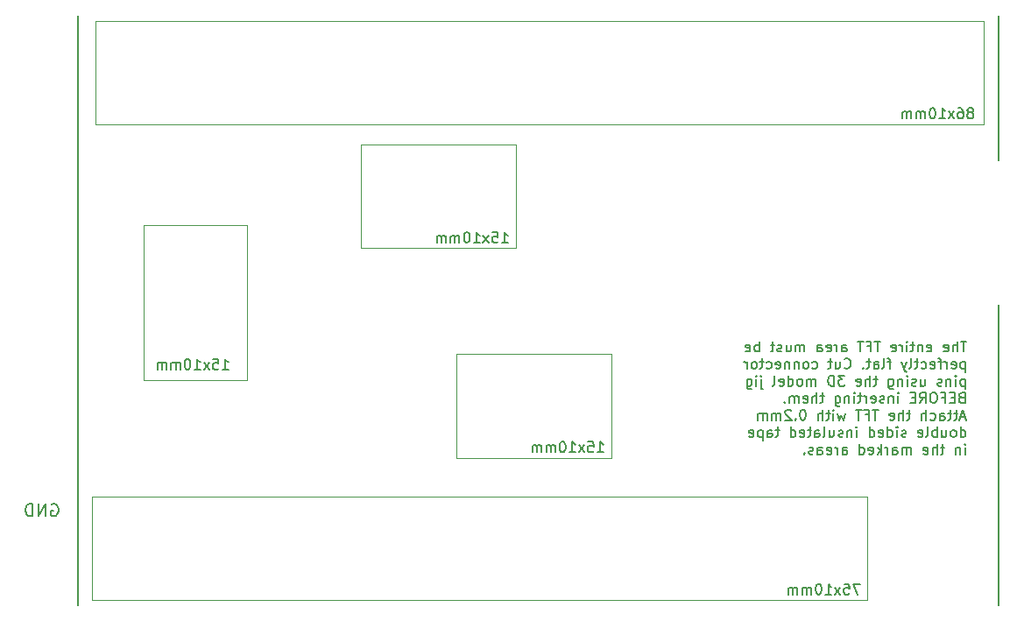
<source format=gbo>
G04 #@! TF.GenerationSoftware,KiCad,Pcbnew,(5.1.10-1-10_14)*
G04 #@! TF.CreationDate,2021-10-20T12:02:30-05:00*
G04 #@! TF.ProjectId,stepper_analyzer,73746570-7065-4725-9f61-6e616c797a65,rev?*
G04 #@! TF.SameCoordinates,Original*
G04 #@! TF.FileFunction,Legend,Bot*
G04 #@! TF.FilePolarity,Positive*
%FSLAX46Y46*%
G04 Gerber Fmt 4.6, Leading zero omitted, Abs format (unit mm)*
G04 Created by KiCad (PCBNEW (5.1.10-1-10_14)) date 2021-10-20 12:02:30*
%MOMM*%
%LPD*%
G01*
G04 APERTURE LIST*
%ADD10C,0.203200*%
%ADD11C,0.120000*%
%ADD12C,0.152400*%
%ADD13C,0.200000*%
G04 APERTURE END LIST*
D10*
X94500000Y29000000D02*
X94500000Y0D01*
D11*
X11810000Y36750000D02*
X11810000Y21750000D01*
X21810000Y36750000D02*
X11810000Y36750000D01*
X21810000Y21750000D02*
X21810000Y36750000D01*
X11810000Y21750000D02*
X21810000Y21750000D01*
D12*
X55699035Y14797619D02*
X56270463Y14797619D01*
X55984749Y14797619D02*
X55984749Y15797619D01*
X56079987Y15654761D01*
X56175225Y15559523D01*
X56270463Y15511904D01*
X54794273Y15797619D02*
X55270463Y15797619D01*
X55318082Y15321428D01*
X55270463Y15369047D01*
X55175225Y15416666D01*
X54937130Y15416666D01*
X54841892Y15369047D01*
X54794273Y15321428D01*
X54746654Y15226190D01*
X54746654Y14988095D01*
X54794273Y14892857D01*
X54841892Y14845238D01*
X54937130Y14797619D01*
X55175225Y14797619D01*
X55270463Y14845238D01*
X55318082Y14892857D01*
X54413320Y14797619D02*
X53889511Y15464285D01*
X54413320Y15464285D02*
X53889511Y14797619D01*
X52984749Y14797619D02*
X53556178Y14797619D01*
X53270463Y14797619D02*
X53270463Y15797619D01*
X53365701Y15654761D01*
X53460940Y15559523D01*
X53556178Y15511904D01*
X52365701Y15797619D02*
X52270463Y15797619D01*
X52175225Y15750000D01*
X52127606Y15702380D01*
X52079987Y15607142D01*
X52032368Y15416666D01*
X52032368Y15178571D01*
X52079987Y14988095D01*
X52127606Y14892857D01*
X52175225Y14845238D01*
X52270463Y14797619D01*
X52365701Y14797619D01*
X52460940Y14845238D01*
X52508559Y14892857D01*
X52556178Y14988095D01*
X52603797Y15178571D01*
X52603797Y15416666D01*
X52556178Y15607142D01*
X52508559Y15702380D01*
X52460940Y15750000D01*
X52365701Y15797619D01*
X51603797Y14797619D02*
X51603797Y15464285D01*
X51603797Y15369047D02*
X51556178Y15416666D01*
X51460940Y15464285D01*
X51318082Y15464285D01*
X51222844Y15416666D01*
X51175225Y15321428D01*
X51175225Y14797619D01*
X51175225Y15321428D02*
X51127606Y15416666D01*
X51032368Y15464285D01*
X50889511Y15464285D01*
X50794273Y15416666D01*
X50746654Y15321428D01*
X50746654Y14797619D01*
X50270463Y14797619D02*
X50270463Y15464285D01*
X50270463Y15369047D02*
X50222844Y15416666D01*
X50127606Y15464285D01*
X49984749Y15464285D01*
X49889511Y15416666D01*
X49841892Y15321428D01*
X49841892Y14797619D01*
X49841892Y15321428D02*
X49794273Y15416666D01*
X49699035Y15464285D01*
X49556178Y15464285D01*
X49460940Y15416666D01*
X49413320Y15321428D01*
X49413320Y14797619D01*
D11*
X57060000Y24250000D02*
X42060000Y24250000D01*
X42060000Y14250000D02*
X57060000Y14250000D01*
X42060000Y24250000D02*
X42060000Y14250000D01*
X57060000Y14250000D02*
X57060000Y24250000D01*
D12*
X19449035Y22797619D02*
X20020463Y22797619D01*
X19734749Y22797619D02*
X19734749Y23797619D01*
X19829987Y23654761D01*
X19925225Y23559523D01*
X20020463Y23511904D01*
X18544273Y23797619D02*
X19020463Y23797619D01*
X19068082Y23321428D01*
X19020463Y23369047D01*
X18925225Y23416666D01*
X18687130Y23416666D01*
X18591892Y23369047D01*
X18544273Y23321428D01*
X18496654Y23226190D01*
X18496654Y22988095D01*
X18544273Y22892857D01*
X18591892Y22845238D01*
X18687130Y22797619D01*
X18925225Y22797619D01*
X19020463Y22845238D01*
X19068082Y22892857D01*
X18163320Y22797619D02*
X17639511Y23464285D01*
X18163320Y23464285D02*
X17639511Y22797619D01*
X16734749Y22797619D02*
X17306178Y22797619D01*
X17020463Y22797619D02*
X17020463Y23797619D01*
X17115701Y23654761D01*
X17210940Y23559523D01*
X17306178Y23511904D01*
X16115701Y23797619D02*
X16020463Y23797619D01*
X15925225Y23750000D01*
X15877606Y23702380D01*
X15829987Y23607142D01*
X15782368Y23416666D01*
X15782368Y23178571D01*
X15829987Y22988095D01*
X15877606Y22892857D01*
X15925225Y22845238D01*
X16020463Y22797619D01*
X16115701Y22797619D01*
X16210940Y22845238D01*
X16258559Y22892857D01*
X16306178Y22988095D01*
X16353797Y23178571D01*
X16353797Y23416666D01*
X16306178Y23607142D01*
X16258559Y23702380D01*
X16210940Y23750000D01*
X16115701Y23797619D01*
X15353797Y22797619D02*
X15353797Y23464285D01*
X15353797Y23369047D02*
X15306178Y23416666D01*
X15210940Y23464285D01*
X15068082Y23464285D01*
X14972844Y23416666D01*
X14925225Y23321428D01*
X14925225Y22797619D01*
X14925225Y23321428D02*
X14877606Y23416666D01*
X14782368Y23464285D01*
X14639511Y23464285D01*
X14544273Y23416666D01*
X14496654Y23321428D01*
X14496654Y22797619D01*
X14020463Y22797619D02*
X14020463Y23464285D01*
X14020463Y23369047D02*
X13972844Y23416666D01*
X13877606Y23464285D01*
X13734749Y23464285D01*
X13639511Y23416666D01*
X13591892Y23321428D01*
X13591892Y22797619D01*
X13591892Y23321428D02*
X13544273Y23416666D01*
X13449035Y23464285D01*
X13306178Y23464285D01*
X13210940Y23416666D01*
X13163320Y23321428D01*
X13163320Y22797619D01*
X81068082Y2047619D02*
X80401416Y2047619D01*
X80829987Y1047619D01*
X79544273Y2047619D02*
X80020463Y2047619D01*
X80068082Y1571428D01*
X80020463Y1619047D01*
X79925225Y1666666D01*
X79687130Y1666666D01*
X79591892Y1619047D01*
X79544273Y1571428D01*
X79496654Y1476190D01*
X79496654Y1238095D01*
X79544273Y1142857D01*
X79591892Y1095238D01*
X79687130Y1047619D01*
X79925225Y1047619D01*
X80020463Y1095238D01*
X80068082Y1142857D01*
X79163320Y1047619D02*
X78639511Y1714285D01*
X79163320Y1714285D02*
X78639511Y1047619D01*
X77734749Y1047619D02*
X78306178Y1047619D01*
X78020463Y1047619D02*
X78020463Y2047619D01*
X78115701Y1904761D01*
X78210940Y1809523D01*
X78306178Y1761904D01*
X77115701Y2047619D02*
X77020463Y2047619D01*
X76925225Y2000000D01*
X76877606Y1952380D01*
X76829987Y1857142D01*
X76782368Y1666666D01*
X76782368Y1428571D01*
X76829987Y1238095D01*
X76877606Y1142857D01*
X76925225Y1095238D01*
X77020463Y1047619D01*
X77115701Y1047619D01*
X77210940Y1095238D01*
X77258559Y1142857D01*
X77306178Y1238095D01*
X77353797Y1428571D01*
X77353797Y1666666D01*
X77306178Y1857142D01*
X77258559Y1952380D01*
X77210940Y2000000D01*
X77115701Y2047619D01*
X76353797Y1047619D02*
X76353797Y1714285D01*
X76353797Y1619047D02*
X76306178Y1666666D01*
X76210940Y1714285D01*
X76068082Y1714285D01*
X75972844Y1666666D01*
X75925225Y1571428D01*
X75925225Y1047619D01*
X75925225Y1571428D02*
X75877606Y1666666D01*
X75782368Y1714285D01*
X75639511Y1714285D01*
X75544273Y1666666D01*
X75496654Y1571428D01*
X75496654Y1047619D01*
X75020463Y1047619D02*
X75020463Y1714285D01*
X75020463Y1619047D02*
X74972844Y1666666D01*
X74877606Y1714285D01*
X74734749Y1714285D01*
X74639511Y1666666D01*
X74591892Y1571428D01*
X74591892Y1047619D01*
X74591892Y1571428D02*
X74544273Y1666666D01*
X74449035Y1714285D01*
X74306178Y1714285D01*
X74210940Y1666666D01*
X74163320Y1571428D01*
X74163320Y1047619D01*
X91829987Y47619047D02*
X91925225Y47666666D01*
X91972844Y47714285D01*
X92020463Y47809523D01*
X92020463Y47857142D01*
X91972844Y47952380D01*
X91925225Y48000000D01*
X91829987Y48047619D01*
X91639511Y48047619D01*
X91544273Y48000000D01*
X91496654Y47952380D01*
X91449035Y47857142D01*
X91449035Y47809523D01*
X91496654Y47714285D01*
X91544273Y47666666D01*
X91639511Y47619047D01*
X91829987Y47619047D01*
X91925225Y47571428D01*
X91972844Y47523809D01*
X92020463Y47428571D01*
X92020463Y47238095D01*
X91972844Y47142857D01*
X91925225Y47095238D01*
X91829987Y47047619D01*
X91639511Y47047619D01*
X91544273Y47095238D01*
X91496654Y47142857D01*
X91449035Y47238095D01*
X91449035Y47428571D01*
X91496654Y47523809D01*
X91544273Y47571428D01*
X91639511Y47619047D01*
X90591892Y48047619D02*
X90782368Y48047619D01*
X90877606Y48000000D01*
X90925225Y47952380D01*
X91020463Y47809523D01*
X91068082Y47619047D01*
X91068082Y47238095D01*
X91020463Y47142857D01*
X90972844Y47095238D01*
X90877606Y47047619D01*
X90687130Y47047619D01*
X90591892Y47095238D01*
X90544273Y47142857D01*
X90496654Y47238095D01*
X90496654Y47476190D01*
X90544273Y47571428D01*
X90591892Y47619047D01*
X90687130Y47666666D01*
X90877606Y47666666D01*
X90972844Y47619047D01*
X91020463Y47571428D01*
X91068082Y47476190D01*
X90163320Y47047619D02*
X89639511Y47714285D01*
X90163320Y47714285D02*
X89639511Y47047619D01*
X88734749Y47047619D02*
X89306178Y47047619D01*
X89020463Y47047619D02*
X89020463Y48047619D01*
X89115701Y47904761D01*
X89210940Y47809523D01*
X89306178Y47761904D01*
X88115701Y48047619D02*
X88020463Y48047619D01*
X87925225Y48000000D01*
X87877606Y47952380D01*
X87829987Y47857142D01*
X87782368Y47666666D01*
X87782368Y47428571D01*
X87829987Y47238095D01*
X87877606Y47142857D01*
X87925225Y47095238D01*
X88020463Y47047619D01*
X88115701Y47047619D01*
X88210940Y47095238D01*
X88258559Y47142857D01*
X88306178Y47238095D01*
X88353797Y47428571D01*
X88353797Y47666666D01*
X88306178Y47857142D01*
X88258559Y47952380D01*
X88210940Y48000000D01*
X88115701Y48047619D01*
X87353797Y47047619D02*
X87353797Y47714285D01*
X87353797Y47619047D02*
X87306178Y47666666D01*
X87210940Y47714285D01*
X87068082Y47714285D01*
X86972844Y47666666D01*
X86925225Y47571428D01*
X86925225Y47047619D01*
X86925225Y47571428D02*
X86877606Y47666666D01*
X86782368Y47714285D01*
X86639511Y47714285D01*
X86544273Y47666666D01*
X86496654Y47571428D01*
X86496654Y47047619D01*
X86020463Y47047619D02*
X86020463Y47714285D01*
X86020463Y47619047D02*
X85972844Y47666666D01*
X85877606Y47714285D01*
X85734749Y47714285D01*
X85639511Y47666666D01*
X85591892Y47571428D01*
X85591892Y47047619D01*
X85591892Y47571428D02*
X85544273Y47666666D01*
X85449035Y47714285D01*
X85306178Y47714285D01*
X85210940Y47666666D01*
X85163320Y47571428D01*
X85163320Y47047619D01*
X46449035Y35047619D02*
X47020463Y35047619D01*
X46734749Y35047619D02*
X46734749Y36047619D01*
X46829987Y35904761D01*
X46925225Y35809523D01*
X47020463Y35761904D01*
X45544273Y36047619D02*
X46020463Y36047619D01*
X46068082Y35571428D01*
X46020463Y35619047D01*
X45925225Y35666666D01*
X45687130Y35666666D01*
X45591892Y35619047D01*
X45544273Y35571428D01*
X45496654Y35476190D01*
X45496654Y35238095D01*
X45544273Y35142857D01*
X45591892Y35095238D01*
X45687130Y35047619D01*
X45925225Y35047619D01*
X46020463Y35095238D01*
X46068082Y35142857D01*
X45163320Y35047619D02*
X44639511Y35714285D01*
X45163320Y35714285D02*
X44639511Y35047619D01*
X43734749Y35047619D02*
X44306178Y35047619D01*
X44020463Y35047619D02*
X44020463Y36047619D01*
X44115701Y35904761D01*
X44210940Y35809523D01*
X44306178Y35761904D01*
X43115701Y36047619D02*
X43020463Y36047619D01*
X42925225Y36000000D01*
X42877606Y35952380D01*
X42829987Y35857142D01*
X42782368Y35666666D01*
X42782368Y35428571D01*
X42829987Y35238095D01*
X42877606Y35142857D01*
X42925225Y35095238D01*
X43020463Y35047619D01*
X43115701Y35047619D01*
X43210940Y35095238D01*
X43258559Y35142857D01*
X43306178Y35238095D01*
X43353797Y35428571D01*
X43353797Y35666666D01*
X43306178Y35857142D01*
X43258559Y35952380D01*
X43210940Y36000000D01*
X43115701Y36047619D01*
X42353797Y35047619D02*
X42353797Y35714285D01*
X42353797Y35619047D02*
X42306178Y35666666D01*
X42210940Y35714285D01*
X42068082Y35714285D01*
X41972844Y35666666D01*
X41925225Y35571428D01*
X41925225Y35047619D01*
X41925225Y35571428D02*
X41877606Y35666666D01*
X41782368Y35714285D01*
X41639511Y35714285D01*
X41544273Y35666666D01*
X41496654Y35571428D01*
X41496654Y35047619D01*
X41020463Y35047619D02*
X41020463Y35714285D01*
X41020463Y35619047D02*
X40972844Y35666666D01*
X40877606Y35714285D01*
X40734749Y35714285D01*
X40639511Y35666666D01*
X40591892Y35571428D01*
X40591892Y35047619D01*
X40591892Y35571428D02*
X40544273Y35666666D01*
X40449035Y35714285D01*
X40306178Y35714285D01*
X40210940Y35666666D01*
X40163320Y35571428D01*
X40163320Y35047619D01*
D11*
X32810000Y44500000D02*
X32810000Y34500000D01*
X47810000Y44500000D02*
X32810000Y44500000D01*
X47810000Y34500000D02*
X47810000Y44500000D01*
X32810000Y34500000D02*
X47810000Y34500000D01*
X6810000Y10500000D02*
X6810000Y500000D01*
X81810000Y10500000D02*
X6810000Y10500000D01*
X81810000Y500000D02*
X81810000Y10500000D01*
X6810000Y500000D02*
X81810000Y500000D01*
X7160000Y46500000D02*
X7160000Y56500000D01*
X93060000Y46500000D02*
X7160000Y46500000D01*
X93060000Y56500000D02*
X93060000Y46500000D01*
X7160000Y56500000D02*
X93060000Y56500000D01*
D12*
X91365701Y25504819D02*
X90794273Y25504819D01*
X91079987Y24504819D02*
X91079987Y25504819D01*
X90460940Y24504819D02*
X90460940Y25504819D01*
X90032368Y24504819D02*
X90032368Y25028628D01*
X90079987Y25123866D01*
X90175225Y25171485D01*
X90318082Y25171485D01*
X90413320Y25123866D01*
X90460940Y25076247D01*
X89175225Y24552438D02*
X89270463Y24504819D01*
X89460940Y24504819D01*
X89556178Y24552438D01*
X89603797Y24647676D01*
X89603797Y25028628D01*
X89556178Y25123866D01*
X89460940Y25171485D01*
X89270463Y25171485D01*
X89175225Y25123866D01*
X89127606Y25028628D01*
X89127606Y24933390D01*
X89603797Y24838152D01*
X87556178Y24552438D02*
X87651416Y24504819D01*
X87841892Y24504819D01*
X87937130Y24552438D01*
X87984749Y24647676D01*
X87984749Y25028628D01*
X87937130Y25123866D01*
X87841892Y25171485D01*
X87651416Y25171485D01*
X87556178Y25123866D01*
X87508559Y25028628D01*
X87508559Y24933390D01*
X87984749Y24838152D01*
X87079987Y25171485D02*
X87079987Y24504819D01*
X87079987Y25076247D02*
X87032368Y25123866D01*
X86937130Y25171485D01*
X86794273Y25171485D01*
X86699035Y25123866D01*
X86651416Y25028628D01*
X86651416Y24504819D01*
X86318082Y25171485D02*
X85937130Y25171485D01*
X86175225Y25504819D02*
X86175225Y24647676D01*
X86127606Y24552438D01*
X86032368Y24504819D01*
X85937130Y24504819D01*
X85603797Y24504819D02*
X85603797Y25171485D01*
X85603797Y25504819D02*
X85651416Y25457200D01*
X85603797Y25409580D01*
X85556178Y25457200D01*
X85603797Y25504819D01*
X85603797Y25409580D01*
X85127606Y24504819D02*
X85127606Y25171485D01*
X85127606Y24981009D02*
X85079987Y25076247D01*
X85032368Y25123866D01*
X84937130Y25171485D01*
X84841892Y25171485D01*
X84127606Y24552438D02*
X84222844Y24504819D01*
X84413320Y24504819D01*
X84508559Y24552438D01*
X84556178Y24647676D01*
X84556178Y25028628D01*
X84508559Y25123866D01*
X84413320Y25171485D01*
X84222844Y25171485D01*
X84127606Y25123866D01*
X84079987Y25028628D01*
X84079987Y24933390D01*
X84556178Y24838152D01*
X83032368Y25504819D02*
X82460940Y25504819D01*
X82746654Y24504819D02*
X82746654Y25504819D01*
X81794273Y25028628D02*
X82127606Y25028628D01*
X82127606Y24504819D02*
X82127606Y25504819D01*
X81651416Y25504819D01*
X81413320Y25504819D02*
X80841892Y25504819D01*
X81127606Y24504819D02*
X81127606Y25504819D01*
X79318082Y24504819D02*
X79318082Y25028628D01*
X79365701Y25123866D01*
X79460940Y25171485D01*
X79651416Y25171485D01*
X79746654Y25123866D01*
X79318082Y24552438D02*
X79413320Y24504819D01*
X79651416Y24504819D01*
X79746654Y24552438D01*
X79794273Y24647676D01*
X79794273Y24742914D01*
X79746654Y24838152D01*
X79651416Y24885771D01*
X79413320Y24885771D01*
X79318082Y24933390D01*
X78841892Y24504819D02*
X78841892Y25171485D01*
X78841892Y24981009D02*
X78794273Y25076247D01*
X78746654Y25123866D01*
X78651416Y25171485D01*
X78556178Y25171485D01*
X77841892Y24552438D02*
X77937130Y24504819D01*
X78127606Y24504819D01*
X78222844Y24552438D01*
X78270463Y24647676D01*
X78270463Y25028628D01*
X78222844Y25123866D01*
X78127606Y25171485D01*
X77937130Y25171485D01*
X77841892Y25123866D01*
X77794273Y25028628D01*
X77794273Y24933390D01*
X78270463Y24838152D01*
X76937130Y24504819D02*
X76937130Y25028628D01*
X76984749Y25123866D01*
X77079987Y25171485D01*
X77270463Y25171485D01*
X77365701Y25123866D01*
X76937130Y24552438D02*
X77032368Y24504819D01*
X77270463Y24504819D01*
X77365701Y24552438D01*
X77413320Y24647676D01*
X77413320Y24742914D01*
X77365701Y24838152D01*
X77270463Y24885771D01*
X77032368Y24885771D01*
X76937130Y24933390D01*
X75699035Y24504819D02*
X75699035Y25171485D01*
X75699035Y25076247D02*
X75651416Y25123866D01*
X75556178Y25171485D01*
X75413320Y25171485D01*
X75318082Y25123866D01*
X75270463Y25028628D01*
X75270463Y24504819D01*
X75270463Y25028628D02*
X75222844Y25123866D01*
X75127606Y25171485D01*
X74984749Y25171485D01*
X74889511Y25123866D01*
X74841892Y25028628D01*
X74841892Y24504819D01*
X73937130Y25171485D02*
X73937130Y24504819D01*
X74365701Y25171485D02*
X74365701Y24647676D01*
X74318082Y24552438D01*
X74222844Y24504819D01*
X74079987Y24504819D01*
X73984749Y24552438D01*
X73937130Y24600057D01*
X73508559Y24552438D02*
X73413320Y24504819D01*
X73222844Y24504819D01*
X73127606Y24552438D01*
X73079987Y24647676D01*
X73079987Y24695295D01*
X73127606Y24790533D01*
X73222844Y24838152D01*
X73365701Y24838152D01*
X73460940Y24885771D01*
X73508559Y24981009D01*
X73508559Y25028628D01*
X73460940Y25123866D01*
X73365701Y25171485D01*
X73222844Y25171485D01*
X73127606Y25123866D01*
X72794273Y25171485D02*
X72413320Y25171485D01*
X72651416Y25504819D02*
X72651416Y24647676D01*
X72603797Y24552438D01*
X72508559Y24504819D01*
X72413320Y24504819D01*
X71318082Y24504819D02*
X71318082Y25504819D01*
X71318082Y25123866D02*
X71222844Y25171485D01*
X71032368Y25171485D01*
X70937130Y25123866D01*
X70889511Y25076247D01*
X70841892Y24981009D01*
X70841892Y24695295D01*
X70889511Y24600057D01*
X70937130Y24552438D01*
X71032368Y24504819D01*
X71222844Y24504819D01*
X71318082Y24552438D01*
X70032368Y24552438D02*
X70127606Y24504819D01*
X70318082Y24504819D01*
X70413320Y24552438D01*
X70460940Y24647676D01*
X70460940Y25028628D01*
X70413320Y25123866D01*
X70318082Y25171485D01*
X70127606Y25171485D01*
X70032368Y25123866D01*
X69984749Y25028628D01*
X69984749Y24933390D01*
X70460940Y24838152D01*
X91222844Y23519085D02*
X91222844Y22519085D01*
X91222844Y23471466D02*
X91127606Y23519085D01*
X90937130Y23519085D01*
X90841892Y23471466D01*
X90794273Y23423847D01*
X90746654Y23328609D01*
X90746654Y23042895D01*
X90794273Y22947657D01*
X90841892Y22900038D01*
X90937130Y22852419D01*
X91127606Y22852419D01*
X91222844Y22900038D01*
X89937130Y22900038D02*
X90032368Y22852419D01*
X90222844Y22852419D01*
X90318082Y22900038D01*
X90365701Y22995276D01*
X90365701Y23376228D01*
X90318082Y23471466D01*
X90222844Y23519085D01*
X90032368Y23519085D01*
X89937130Y23471466D01*
X89889511Y23376228D01*
X89889511Y23280990D01*
X90365701Y23185752D01*
X89460940Y22852419D02*
X89460940Y23519085D01*
X89460940Y23328609D02*
X89413320Y23423847D01*
X89365701Y23471466D01*
X89270463Y23519085D01*
X89175225Y23519085D01*
X88984749Y23519085D02*
X88603797Y23519085D01*
X88841892Y22852419D02*
X88841892Y23709561D01*
X88794273Y23804800D01*
X88699035Y23852419D01*
X88603797Y23852419D01*
X87889511Y22900038D02*
X87984749Y22852419D01*
X88175225Y22852419D01*
X88270463Y22900038D01*
X88318082Y22995276D01*
X88318082Y23376228D01*
X88270463Y23471466D01*
X88175225Y23519085D01*
X87984749Y23519085D01*
X87889511Y23471466D01*
X87841892Y23376228D01*
X87841892Y23280990D01*
X88318082Y23185752D01*
X86984749Y22900038D02*
X87079987Y22852419D01*
X87270463Y22852419D01*
X87365701Y22900038D01*
X87413320Y22947657D01*
X87460940Y23042895D01*
X87460940Y23328609D01*
X87413320Y23423847D01*
X87365701Y23471466D01*
X87270463Y23519085D01*
X87079987Y23519085D01*
X86984749Y23471466D01*
X86699035Y23519085D02*
X86318082Y23519085D01*
X86556178Y23852419D02*
X86556178Y22995276D01*
X86508559Y22900038D01*
X86413320Y22852419D01*
X86318082Y22852419D01*
X85841892Y22852419D02*
X85937130Y22900038D01*
X85984749Y22995276D01*
X85984749Y23852419D01*
X85556178Y23519085D02*
X85318082Y22852419D01*
X85079987Y23519085D02*
X85318082Y22852419D01*
X85413320Y22614323D01*
X85460940Y22566704D01*
X85556178Y22519085D01*
X84079987Y23519085D02*
X83699035Y23519085D01*
X83937130Y22852419D02*
X83937130Y23709561D01*
X83889511Y23804800D01*
X83794273Y23852419D01*
X83699035Y23852419D01*
X83222844Y22852419D02*
X83318082Y22900038D01*
X83365701Y22995276D01*
X83365701Y23852419D01*
X82413320Y22852419D02*
X82413320Y23376228D01*
X82460940Y23471466D01*
X82556178Y23519085D01*
X82746654Y23519085D01*
X82841892Y23471466D01*
X82413320Y22900038D02*
X82508559Y22852419D01*
X82746654Y22852419D01*
X82841892Y22900038D01*
X82889511Y22995276D01*
X82889511Y23090514D01*
X82841892Y23185752D01*
X82746654Y23233371D01*
X82508559Y23233371D01*
X82413320Y23280990D01*
X82079987Y23519085D02*
X81699035Y23519085D01*
X81937130Y23852419D02*
X81937130Y22995276D01*
X81889511Y22900038D01*
X81794273Y22852419D01*
X81699035Y22852419D01*
X81365701Y22947657D02*
X81318082Y22900038D01*
X81365701Y22852419D01*
X81413320Y22900038D01*
X81365701Y22947657D01*
X81365701Y22852419D01*
X79556178Y22947657D02*
X79603797Y22900038D01*
X79746654Y22852419D01*
X79841892Y22852419D01*
X79984749Y22900038D01*
X80079987Y22995276D01*
X80127606Y23090514D01*
X80175225Y23280990D01*
X80175225Y23423847D01*
X80127606Y23614323D01*
X80079987Y23709561D01*
X79984749Y23804800D01*
X79841892Y23852419D01*
X79746654Y23852419D01*
X79603797Y23804800D01*
X79556178Y23757180D01*
X78699035Y23519085D02*
X78699035Y22852419D01*
X79127606Y23519085D02*
X79127606Y22995276D01*
X79079987Y22900038D01*
X78984749Y22852419D01*
X78841892Y22852419D01*
X78746654Y22900038D01*
X78699035Y22947657D01*
X78365701Y23519085D02*
X77984749Y23519085D01*
X78222844Y23852419D02*
X78222844Y22995276D01*
X78175225Y22900038D01*
X78079987Y22852419D01*
X77984749Y22852419D01*
X76460940Y22900038D02*
X76556178Y22852419D01*
X76746654Y22852419D01*
X76841892Y22900038D01*
X76889511Y22947657D01*
X76937130Y23042895D01*
X76937130Y23328609D01*
X76889511Y23423847D01*
X76841892Y23471466D01*
X76746654Y23519085D01*
X76556178Y23519085D01*
X76460940Y23471466D01*
X75889511Y22852419D02*
X75984749Y22900038D01*
X76032368Y22947657D01*
X76079987Y23042895D01*
X76079987Y23328609D01*
X76032368Y23423847D01*
X75984749Y23471466D01*
X75889511Y23519085D01*
X75746654Y23519085D01*
X75651416Y23471466D01*
X75603797Y23423847D01*
X75556178Y23328609D01*
X75556178Y23042895D01*
X75603797Y22947657D01*
X75651416Y22900038D01*
X75746654Y22852419D01*
X75889511Y22852419D01*
X75127606Y23519085D02*
X75127606Y22852419D01*
X75127606Y23423847D02*
X75079987Y23471466D01*
X74984749Y23519085D01*
X74841892Y23519085D01*
X74746654Y23471466D01*
X74699035Y23376228D01*
X74699035Y22852419D01*
X74222844Y23519085D02*
X74222844Y22852419D01*
X74222844Y23423847D02*
X74175225Y23471466D01*
X74079987Y23519085D01*
X73937130Y23519085D01*
X73841892Y23471466D01*
X73794273Y23376228D01*
X73794273Y22852419D01*
X72937130Y22900038D02*
X73032368Y22852419D01*
X73222844Y22852419D01*
X73318082Y22900038D01*
X73365701Y22995276D01*
X73365701Y23376228D01*
X73318082Y23471466D01*
X73222844Y23519085D01*
X73032368Y23519085D01*
X72937130Y23471466D01*
X72889511Y23376228D01*
X72889511Y23280990D01*
X73365701Y23185752D01*
X72032368Y22900038D02*
X72127606Y22852419D01*
X72318082Y22852419D01*
X72413320Y22900038D01*
X72460940Y22947657D01*
X72508559Y23042895D01*
X72508559Y23328609D01*
X72460940Y23423847D01*
X72413320Y23471466D01*
X72318082Y23519085D01*
X72127606Y23519085D01*
X72032368Y23471466D01*
X71746654Y23519085D02*
X71365701Y23519085D01*
X71603797Y23852419D02*
X71603797Y22995276D01*
X71556178Y22900038D01*
X71460940Y22852419D01*
X71365701Y22852419D01*
X70889511Y22852419D02*
X70984749Y22900038D01*
X71032368Y22947657D01*
X71079987Y23042895D01*
X71079987Y23328609D01*
X71032368Y23423847D01*
X70984749Y23471466D01*
X70889511Y23519085D01*
X70746654Y23519085D01*
X70651416Y23471466D01*
X70603797Y23423847D01*
X70556178Y23328609D01*
X70556178Y23042895D01*
X70603797Y22947657D01*
X70651416Y22900038D01*
X70746654Y22852419D01*
X70889511Y22852419D01*
X70127606Y22852419D02*
X70127606Y23519085D01*
X70127606Y23328609D02*
X70079987Y23423847D01*
X70032368Y23471466D01*
X69937130Y23519085D01*
X69841892Y23519085D01*
X91222844Y21866685D02*
X91222844Y20866685D01*
X91222844Y21819066D02*
X91127606Y21866685D01*
X90937130Y21866685D01*
X90841892Y21819066D01*
X90794273Y21771447D01*
X90746654Y21676209D01*
X90746654Y21390495D01*
X90794273Y21295257D01*
X90841892Y21247638D01*
X90937130Y21200019D01*
X91127606Y21200019D01*
X91222844Y21247638D01*
X90318082Y21200019D02*
X90318082Y21866685D01*
X90318082Y22200019D02*
X90365701Y22152400D01*
X90318082Y22104780D01*
X90270463Y22152400D01*
X90318082Y22200019D01*
X90318082Y22104780D01*
X89841892Y21866685D02*
X89841892Y21200019D01*
X89841892Y21771447D02*
X89794273Y21819066D01*
X89699035Y21866685D01*
X89556178Y21866685D01*
X89460940Y21819066D01*
X89413320Y21723828D01*
X89413320Y21200019D01*
X88984749Y21247638D02*
X88889511Y21200019D01*
X88699035Y21200019D01*
X88603797Y21247638D01*
X88556178Y21342876D01*
X88556178Y21390495D01*
X88603797Y21485733D01*
X88699035Y21533352D01*
X88841892Y21533352D01*
X88937130Y21580971D01*
X88984749Y21676209D01*
X88984749Y21723828D01*
X88937130Y21819066D01*
X88841892Y21866685D01*
X88699035Y21866685D01*
X88603797Y21819066D01*
X86937130Y21866685D02*
X86937130Y21200019D01*
X87365701Y21866685D02*
X87365701Y21342876D01*
X87318082Y21247638D01*
X87222844Y21200019D01*
X87079987Y21200019D01*
X86984749Y21247638D01*
X86937130Y21295257D01*
X86508559Y21247638D02*
X86413320Y21200019D01*
X86222844Y21200019D01*
X86127606Y21247638D01*
X86079987Y21342876D01*
X86079987Y21390495D01*
X86127606Y21485733D01*
X86222844Y21533352D01*
X86365701Y21533352D01*
X86460940Y21580971D01*
X86508559Y21676209D01*
X86508559Y21723828D01*
X86460940Y21819066D01*
X86365701Y21866685D01*
X86222844Y21866685D01*
X86127606Y21819066D01*
X85651416Y21200019D02*
X85651416Y21866685D01*
X85651416Y22200019D02*
X85699035Y22152400D01*
X85651416Y22104780D01*
X85603797Y22152400D01*
X85651416Y22200019D01*
X85651416Y22104780D01*
X85175225Y21866685D02*
X85175225Y21200019D01*
X85175225Y21771447D02*
X85127606Y21819066D01*
X85032368Y21866685D01*
X84889511Y21866685D01*
X84794273Y21819066D01*
X84746654Y21723828D01*
X84746654Y21200019D01*
X83841892Y21866685D02*
X83841892Y21057161D01*
X83889511Y20961923D01*
X83937130Y20914304D01*
X84032368Y20866685D01*
X84175225Y20866685D01*
X84270463Y20914304D01*
X83841892Y21247638D02*
X83937130Y21200019D01*
X84127606Y21200019D01*
X84222844Y21247638D01*
X84270463Y21295257D01*
X84318082Y21390495D01*
X84318082Y21676209D01*
X84270463Y21771447D01*
X84222844Y21819066D01*
X84127606Y21866685D01*
X83937130Y21866685D01*
X83841892Y21819066D01*
X82746654Y21866685D02*
X82365701Y21866685D01*
X82603797Y22200019D02*
X82603797Y21342876D01*
X82556178Y21247638D01*
X82460940Y21200019D01*
X82365701Y21200019D01*
X82032368Y21200019D02*
X82032368Y22200019D01*
X81603797Y21200019D02*
X81603797Y21723828D01*
X81651416Y21819066D01*
X81746654Y21866685D01*
X81889511Y21866685D01*
X81984749Y21819066D01*
X82032368Y21771447D01*
X80746654Y21247638D02*
X80841892Y21200019D01*
X81032368Y21200019D01*
X81127606Y21247638D01*
X81175225Y21342876D01*
X81175225Y21723828D01*
X81127606Y21819066D01*
X81032368Y21866685D01*
X80841892Y21866685D01*
X80746654Y21819066D01*
X80699035Y21723828D01*
X80699035Y21628590D01*
X81175225Y21533352D01*
X79603797Y22200019D02*
X78984749Y22200019D01*
X79318082Y21819066D01*
X79175225Y21819066D01*
X79079987Y21771447D01*
X79032368Y21723828D01*
X78984749Y21628590D01*
X78984749Y21390495D01*
X79032368Y21295257D01*
X79079987Y21247638D01*
X79175225Y21200019D01*
X79460940Y21200019D01*
X79556178Y21247638D01*
X79603797Y21295257D01*
X78556178Y21200019D02*
X78556178Y22200019D01*
X78318082Y22200019D01*
X78175225Y22152400D01*
X78079987Y22057161D01*
X78032368Y21961923D01*
X77984749Y21771447D01*
X77984749Y21628590D01*
X78032368Y21438114D01*
X78079987Y21342876D01*
X78175225Y21247638D01*
X78318082Y21200019D01*
X78556178Y21200019D01*
X76794273Y21200019D02*
X76794273Y21866685D01*
X76794273Y21771447D02*
X76746654Y21819066D01*
X76651416Y21866685D01*
X76508559Y21866685D01*
X76413320Y21819066D01*
X76365701Y21723828D01*
X76365701Y21200019D01*
X76365701Y21723828D02*
X76318082Y21819066D01*
X76222844Y21866685D01*
X76079987Y21866685D01*
X75984749Y21819066D01*
X75937130Y21723828D01*
X75937130Y21200019D01*
X75318082Y21200019D02*
X75413320Y21247638D01*
X75460940Y21295257D01*
X75508559Y21390495D01*
X75508559Y21676209D01*
X75460940Y21771447D01*
X75413320Y21819066D01*
X75318082Y21866685D01*
X75175225Y21866685D01*
X75079987Y21819066D01*
X75032368Y21771447D01*
X74984749Y21676209D01*
X74984749Y21390495D01*
X75032368Y21295257D01*
X75079987Y21247638D01*
X75175225Y21200019D01*
X75318082Y21200019D01*
X74127606Y21200019D02*
X74127606Y22200019D01*
X74127606Y21247638D02*
X74222844Y21200019D01*
X74413320Y21200019D01*
X74508559Y21247638D01*
X74556178Y21295257D01*
X74603797Y21390495D01*
X74603797Y21676209D01*
X74556178Y21771447D01*
X74508559Y21819066D01*
X74413320Y21866685D01*
X74222844Y21866685D01*
X74127606Y21819066D01*
X73270463Y21247638D02*
X73365701Y21200019D01*
X73556178Y21200019D01*
X73651416Y21247638D01*
X73699035Y21342876D01*
X73699035Y21723828D01*
X73651416Y21819066D01*
X73556178Y21866685D01*
X73365701Y21866685D01*
X73270463Y21819066D01*
X73222844Y21723828D01*
X73222844Y21628590D01*
X73699035Y21533352D01*
X72651416Y21200019D02*
X72746654Y21247638D01*
X72794273Y21342876D01*
X72794273Y22200019D01*
X71508559Y21866685D02*
X71508559Y21009542D01*
X71556178Y20914304D01*
X71651416Y20866685D01*
X71699035Y20866685D01*
X71508559Y22200019D02*
X71556178Y22152400D01*
X71508559Y22104780D01*
X71460940Y22152400D01*
X71508559Y22200019D01*
X71508559Y22104780D01*
X71032368Y21200019D02*
X71032368Y21866685D01*
X71032368Y22200019D02*
X71079987Y22152400D01*
X71032368Y22104780D01*
X70984749Y22152400D01*
X71032368Y22200019D01*
X71032368Y22104780D01*
X70127606Y21866685D02*
X70127606Y21057161D01*
X70175225Y20961923D01*
X70222844Y20914304D01*
X70318082Y20866685D01*
X70460940Y20866685D01*
X70556178Y20914304D01*
X70127606Y21247638D02*
X70222844Y21200019D01*
X70413320Y21200019D01*
X70508559Y21247638D01*
X70556178Y21295257D01*
X70603797Y21390495D01*
X70603797Y21676209D01*
X70556178Y21771447D01*
X70508559Y21819066D01*
X70413320Y21866685D01*
X70222844Y21866685D01*
X70127606Y21819066D01*
X90889511Y20071428D02*
X90746654Y20023809D01*
X90699035Y19976190D01*
X90651416Y19880952D01*
X90651416Y19738095D01*
X90699035Y19642857D01*
X90746654Y19595238D01*
X90841892Y19547619D01*
X91222844Y19547619D01*
X91222844Y20547619D01*
X90889511Y20547619D01*
X90794273Y20500000D01*
X90746654Y20452380D01*
X90699035Y20357142D01*
X90699035Y20261904D01*
X90746654Y20166666D01*
X90794273Y20119047D01*
X90889511Y20071428D01*
X91222844Y20071428D01*
X90222844Y20071428D02*
X89889511Y20071428D01*
X89746654Y19547619D02*
X90222844Y19547619D01*
X90222844Y20547619D01*
X89746654Y20547619D01*
X88984749Y20071428D02*
X89318082Y20071428D01*
X89318082Y19547619D02*
X89318082Y20547619D01*
X88841892Y20547619D01*
X88270463Y20547619D02*
X88079987Y20547619D01*
X87984749Y20500000D01*
X87889511Y20404761D01*
X87841892Y20214285D01*
X87841892Y19880952D01*
X87889511Y19690476D01*
X87984749Y19595238D01*
X88079987Y19547619D01*
X88270463Y19547619D01*
X88365701Y19595238D01*
X88460940Y19690476D01*
X88508559Y19880952D01*
X88508559Y20214285D01*
X88460940Y20404761D01*
X88365701Y20500000D01*
X88270463Y20547619D01*
X86841892Y19547619D02*
X87175225Y20023809D01*
X87413320Y19547619D02*
X87413320Y20547619D01*
X87032368Y20547619D01*
X86937130Y20500000D01*
X86889511Y20452380D01*
X86841892Y20357142D01*
X86841892Y20214285D01*
X86889511Y20119047D01*
X86937130Y20071428D01*
X87032368Y20023809D01*
X87413320Y20023809D01*
X86413320Y20071428D02*
X86079987Y20071428D01*
X85937130Y19547619D02*
X86413320Y19547619D01*
X86413320Y20547619D01*
X85937130Y20547619D01*
X84746654Y19547619D02*
X84746654Y20214285D01*
X84746654Y20547619D02*
X84794273Y20500000D01*
X84746654Y20452380D01*
X84699035Y20500000D01*
X84746654Y20547619D01*
X84746654Y20452380D01*
X84270463Y20214285D02*
X84270463Y19547619D01*
X84270463Y20119047D02*
X84222844Y20166666D01*
X84127606Y20214285D01*
X83984749Y20214285D01*
X83889511Y20166666D01*
X83841892Y20071428D01*
X83841892Y19547619D01*
X83413320Y19595238D02*
X83318082Y19547619D01*
X83127606Y19547619D01*
X83032368Y19595238D01*
X82984749Y19690476D01*
X82984749Y19738095D01*
X83032368Y19833333D01*
X83127606Y19880952D01*
X83270463Y19880952D01*
X83365701Y19928571D01*
X83413320Y20023809D01*
X83413320Y20071428D01*
X83365701Y20166666D01*
X83270463Y20214285D01*
X83127606Y20214285D01*
X83032368Y20166666D01*
X82175225Y19595238D02*
X82270463Y19547619D01*
X82460940Y19547619D01*
X82556178Y19595238D01*
X82603797Y19690476D01*
X82603797Y20071428D01*
X82556178Y20166666D01*
X82460940Y20214285D01*
X82270463Y20214285D01*
X82175225Y20166666D01*
X82127606Y20071428D01*
X82127606Y19976190D01*
X82603797Y19880952D01*
X81699035Y19547619D02*
X81699035Y20214285D01*
X81699035Y20023809D02*
X81651416Y20119047D01*
X81603797Y20166666D01*
X81508559Y20214285D01*
X81413320Y20214285D01*
X81222844Y20214285D02*
X80841892Y20214285D01*
X81079987Y20547619D02*
X81079987Y19690476D01*
X81032368Y19595238D01*
X80937130Y19547619D01*
X80841892Y19547619D01*
X80508559Y19547619D02*
X80508559Y20214285D01*
X80508559Y20547619D02*
X80556178Y20500000D01*
X80508559Y20452380D01*
X80460940Y20500000D01*
X80508559Y20547619D01*
X80508559Y20452380D01*
X80032368Y20214285D02*
X80032368Y19547619D01*
X80032368Y20119047D02*
X79984749Y20166666D01*
X79889511Y20214285D01*
X79746654Y20214285D01*
X79651416Y20166666D01*
X79603797Y20071428D01*
X79603797Y19547619D01*
X78699035Y20214285D02*
X78699035Y19404761D01*
X78746654Y19309523D01*
X78794273Y19261904D01*
X78889511Y19214285D01*
X79032368Y19214285D01*
X79127606Y19261904D01*
X78699035Y19595238D02*
X78794273Y19547619D01*
X78984749Y19547619D01*
X79079987Y19595238D01*
X79127606Y19642857D01*
X79175225Y19738095D01*
X79175225Y20023809D01*
X79127606Y20119047D01*
X79079987Y20166666D01*
X78984749Y20214285D01*
X78794273Y20214285D01*
X78699035Y20166666D01*
X77603797Y20214285D02*
X77222844Y20214285D01*
X77460940Y20547619D02*
X77460940Y19690476D01*
X77413320Y19595238D01*
X77318082Y19547619D01*
X77222844Y19547619D01*
X76889511Y19547619D02*
X76889511Y20547619D01*
X76460940Y19547619D02*
X76460940Y20071428D01*
X76508559Y20166666D01*
X76603797Y20214285D01*
X76746654Y20214285D01*
X76841892Y20166666D01*
X76889511Y20119047D01*
X75603797Y19595238D02*
X75699035Y19547619D01*
X75889511Y19547619D01*
X75984749Y19595238D01*
X76032368Y19690476D01*
X76032368Y20071428D01*
X75984749Y20166666D01*
X75889511Y20214285D01*
X75699035Y20214285D01*
X75603797Y20166666D01*
X75556178Y20071428D01*
X75556178Y19976190D01*
X76032368Y19880952D01*
X75127606Y19547619D02*
X75127606Y20214285D01*
X75127606Y20119047D02*
X75079987Y20166666D01*
X74984749Y20214285D01*
X74841892Y20214285D01*
X74746654Y20166666D01*
X74699035Y20071428D01*
X74699035Y19547619D01*
X74699035Y20071428D02*
X74651416Y20166666D01*
X74556178Y20214285D01*
X74413320Y20214285D01*
X74318082Y20166666D01*
X74270463Y20071428D01*
X74270463Y19547619D01*
X73794273Y19642857D02*
X73746654Y19595238D01*
X73794273Y19547619D01*
X73841892Y19595238D01*
X73794273Y19642857D01*
X73794273Y19547619D01*
X91270463Y18180933D02*
X90794273Y18180933D01*
X91365701Y17895219D02*
X91032368Y18895219D01*
X90699035Y17895219D01*
X90508559Y18561885D02*
X90127606Y18561885D01*
X90365701Y18895219D02*
X90365701Y18038076D01*
X90318082Y17942838D01*
X90222844Y17895219D01*
X90127606Y17895219D01*
X89937130Y18561885D02*
X89556178Y18561885D01*
X89794273Y18895219D02*
X89794273Y18038076D01*
X89746654Y17942838D01*
X89651416Y17895219D01*
X89556178Y17895219D01*
X88794273Y17895219D02*
X88794273Y18419028D01*
X88841892Y18514266D01*
X88937130Y18561885D01*
X89127606Y18561885D01*
X89222844Y18514266D01*
X88794273Y17942838D02*
X88889511Y17895219D01*
X89127606Y17895219D01*
X89222844Y17942838D01*
X89270463Y18038076D01*
X89270463Y18133314D01*
X89222844Y18228552D01*
X89127606Y18276171D01*
X88889511Y18276171D01*
X88794273Y18323790D01*
X87889511Y17942838D02*
X87984749Y17895219D01*
X88175225Y17895219D01*
X88270463Y17942838D01*
X88318082Y17990457D01*
X88365701Y18085695D01*
X88365701Y18371409D01*
X88318082Y18466647D01*
X88270463Y18514266D01*
X88175225Y18561885D01*
X87984749Y18561885D01*
X87889511Y18514266D01*
X87460940Y17895219D02*
X87460940Y18895219D01*
X87032368Y17895219D02*
X87032368Y18419028D01*
X87079987Y18514266D01*
X87175225Y18561885D01*
X87318082Y18561885D01*
X87413320Y18514266D01*
X87460940Y18466647D01*
X85937130Y18561885D02*
X85556178Y18561885D01*
X85794273Y18895219D02*
X85794273Y18038076D01*
X85746654Y17942838D01*
X85651416Y17895219D01*
X85556178Y17895219D01*
X85222844Y17895219D02*
X85222844Y18895219D01*
X84794273Y17895219D02*
X84794273Y18419028D01*
X84841892Y18514266D01*
X84937130Y18561885D01*
X85079987Y18561885D01*
X85175225Y18514266D01*
X85222844Y18466647D01*
X83937130Y17942838D02*
X84032368Y17895219D01*
X84222844Y17895219D01*
X84318082Y17942838D01*
X84365701Y18038076D01*
X84365701Y18419028D01*
X84318082Y18514266D01*
X84222844Y18561885D01*
X84032368Y18561885D01*
X83937130Y18514266D01*
X83889511Y18419028D01*
X83889511Y18323790D01*
X84365701Y18228552D01*
X82841892Y18895219D02*
X82270463Y18895219D01*
X82556178Y17895219D02*
X82556178Y18895219D01*
X81603797Y18419028D02*
X81937130Y18419028D01*
X81937130Y17895219D02*
X81937130Y18895219D01*
X81460940Y18895219D01*
X81222844Y18895219D02*
X80651416Y18895219D01*
X80937130Y17895219D02*
X80937130Y18895219D01*
X79651416Y18561885D02*
X79460940Y17895219D01*
X79270463Y18371409D01*
X79079987Y17895219D01*
X78889511Y18561885D01*
X78508559Y17895219D02*
X78508559Y18561885D01*
X78508559Y18895219D02*
X78556178Y18847600D01*
X78508559Y18799980D01*
X78460940Y18847600D01*
X78508559Y18895219D01*
X78508559Y18799980D01*
X78175225Y18561885D02*
X77794273Y18561885D01*
X78032368Y18895219D02*
X78032368Y18038076D01*
X77984749Y17942838D01*
X77889511Y17895219D01*
X77794273Y17895219D01*
X77460940Y17895219D02*
X77460940Y18895219D01*
X77032368Y17895219D02*
X77032368Y18419028D01*
X77079987Y18514266D01*
X77175225Y18561885D01*
X77318082Y18561885D01*
X77413320Y18514266D01*
X77460940Y18466647D01*
X75603797Y18895219D02*
X75508559Y18895219D01*
X75413320Y18847600D01*
X75365701Y18799980D01*
X75318082Y18704742D01*
X75270463Y18514266D01*
X75270463Y18276171D01*
X75318082Y18085695D01*
X75365701Y17990457D01*
X75413320Y17942838D01*
X75508559Y17895219D01*
X75603797Y17895219D01*
X75699035Y17942838D01*
X75746654Y17990457D01*
X75794273Y18085695D01*
X75841892Y18276171D01*
X75841892Y18514266D01*
X75794273Y18704742D01*
X75746654Y18799980D01*
X75699035Y18847600D01*
X75603797Y18895219D01*
X74841892Y17990457D02*
X74794273Y17942838D01*
X74841892Y17895219D01*
X74889511Y17942838D01*
X74841892Y17990457D01*
X74841892Y17895219D01*
X74413320Y18799980D02*
X74365701Y18847600D01*
X74270463Y18895219D01*
X74032368Y18895219D01*
X73937130Y18847600D01*
X73889511Y18799980D01*
X73841892Y18704742D01*
X73841892Y18609504D01*
X73889511Y18466647D01*
X74460940Y17895219D01*
X73841892Y17895219D01*
X73413320Y17895219D02*
X73413320Y18561885D01*
X73413320Y18466647D02*
X73365701Y18514266D01*
X73270463Y18561885D01*
X73127606Y18561885D01*
X73032368Y18514266D01*
X72984749Y18419028D01*
X72984749Y17895219D01*
X72984749Y18419028D02*
X72937130Y18514266D01*
X72841892Y18561885D01*
X72699035Y18561885D01*
X72603797Y18514266D01*
X72556178Y18419028D01*
X72556178Y17895219D01*
X72079987Y17895219D02*
X72079987Y18561885D01*
X72079987Y18466647D02*
X72032368Y18514266D01*
X71937130Y18561885D01*
X71794273Y18561885D01*
X71699035Y18514266D01*
X71651416Y18419028D01*
X71651416Y17895219D01*
X71651416Y18419028D02*
X71603797Y18514266D01*
X71508559Y18561885D01*
X71365701Y18561885D01*
X71270463Y18514266D01*
X71222844Y18419028D01*
X71222844Y17895219D01*
X90794273Y16242819D02*
X90794273Y17242819D01*
X90794273Y16290438D02*
X90889511Y16242819D01*
X91079987Y16242819D01*
X91175225Y16290438D01*
X91222844Y16338057D01*
X91270463Y16433295D01*
X91270463Y16719009D01*
X91222844Y16814247D01*
X91175225Y16861866D01*
X91079987Y16909485D01*
X90889511Y16909485D01*
X90794273Y16861866D01*
X90175225Y16242819D02*
X90270463Y16290438D01*
X90318082Y16338057D01*
X90365701Y16433295D01*
X90365701Y16719009D01*
X90318082Y16814247D01*
X90270463Y16861866D01*
X90175225Y16909485D01*
X90032368Y16909485D01*
X89937130Y16861866D01*
X89889511Y16814247D01*
X89841892Y16719009D01*
X89841892Y16433295D01*
X89889511Y16338057D01*
X89937130Y16290438D01*
X90032368Y16242819D01*
X90175225Y16242819D01*
X88984749Y16909485D02*
X88984749Y16242819D01*
X89413320Y16909485D02*
X89413320Y16385676D01*
X89365701Y16290438D01*
X89270463Y16242819D01*
X89127606Y16242819D01*
X89032368Y16290438D01*
X88984749Y16338057D01*
X88508559Y16242819D02*
X88508559Y17242819D01*
X88508559Y16861866D02*
X88413320Y16909485D01*
X88222844Y16909485D01*
X88127606Y16861866D01*
X88079987Y16814247D01*
X88032368Y16719009D01*
X88032368Y16433295D01*
X88079987Y16338057D01*
X88127606Y16290438D01*
X88222844Y16242819D01*
X88413320Y16242819D01*
X88508559Y16290438D01*
X87460940Y16242819D02*
X87556178Y16290438D01*
X87603797Y16385676D01*
X87603797Y17242819D01*
X86699035Y16290438D02*
X86794273Y16242819D01*
X86984749Y16242819D01*
X87079987Y16290438D01*
X87127606Y16385676D01*
X87127606Y16766628D01*
X87079987Y16861866D01*
X86984749Y16909485D01*
X86794273Y16909485D01*
X86699035Y16861866D01*
X86651416Y16766628D01*
X86651416Y16671390D01*
X87127606Y16576152D01*
X85508559Y16290438D02*
X85413320Y16242819D01*
X85222844Y16242819D01*
X85127606Y16290438D01*
X85079987Y16385676D01*
X85079987Y16433295D01*
X85127606Y16528533D01*
X85222844Y16576152D01*
X85365701Y16576152D01*
X85460940Y16623771D01*
X85508559Y16719009D01*
X85508559Y16766628D01*
X85460940Y16861866D01*
X85365701Y16909485D01*
X85222844Y16909485D01*
X85127606Y16861866D01*
X84651416Y16242819D02*
X84651416Y16909485D01*
X84651416Y17242819D02*
X84699035Y17195200D01*
X84651416Y17147580D01*
X84603797Y17195200D01*
X84651416Y17242819D01*
X84651416Y17147580D01*
X83746654Y16242819D02*
X83746654Y17242819D01*
X83746654Y16290438D02*
X83841892Y16242819D01*
X84032368Y16242819D01*
X84127606Y16290438D01*
X84175225Y16338057D01*
X84222844Y16433295D01*
X84222844Y16719009D01*
X84175225Y16814247D01*
X84127606Y16861866D01*
X84032368Y16909485D01*
X83841892Y16909485D01*
X83746654Y16861866D01*
X82889511Y16290438D02*
X82984749Y16242819D01*
X83175225Y16242819D01*
X83270463Y16290438D01*
X83318082Y16385676D01*
X83318082Y16766628D01*
X83270463Y16861866D01*
X83175225Y16909485D01*
X82984749Y16909485D01*
X82889511Y16861866D01*
X82841892Y16766628D01*
X82841892Y16671390D01*
X83318082Y16576152D01*
X81984749Y16242819D02*
X81984749Y17242819D01*
X81984749Y16290438D02*
X82079987Y16242819D01*
X82270463Y16242819D01*
X82365701Y16290438D01*
X82413320Y16338057D01*
X82460940Y16433295D01*
X82460940Y16719009D01*
X82413320Y16814247D01*
X82365701Y16861866D01*
X82270463Y16909485D01*
X82079987Y16909485D01*
X81984749Y16861866D01*
X80746654Y16242819D02*
X80746654Y16909485D01*
X80746654Y17242819D02*
X80794273Y17195200D01*
X80746654Y17147580D01*
X80699035Y17195200D01*
X80746654Y17242819D01*
X80746654Y17147580D01*
X80270463Y16909485D02*
X80270463Y16242819D01*
X80270463Y16814247D02*
X80222844Y16861866D01*
X80127606Y16909485D01*
X79984749Y16909485D01*
X79889511Y16861866D01*
X79841892Y16766628D01*
X79841892Y16242819D01*
X79413320Y16290438D02*
X79318082Y16242819D01*
X79127606Y16242819D01*
X79032368Y16290438D01*
X78984749Y16385676D01*
X78984749Y16433295D01*
X79032368Y16528533D01*
X79127606Y16576152D01*
X79270463Y16576152D01*
X79365701Y16623771D01*
X79413320Y16719009D01*
X79413320Y16766628D01*
X79365701Y16861866D01*
X79270463Y16909485D01*
X79127606Y16909485D01*
X79032368Y16861866D01*
X78127606Y16909485D02*
X78127606Y16242819D01*
X78556178Y16909485D02*
X78556178Y16385676D01*
X78508559Y16290438D01*
X78413320Y16242819D01*
X78270463Y16242819D01*
X78175225Y16290438D01*
X78127606Y16338057D01*
X77508559Y16242819D02*
X77603797Y16290438D01*
X77651416Y16385676D01*
X77651416Y17242819D01*
X76699035Y16242819D02*
X76699035Y16766628D01*
X76746654Y16861866D01*
X76841892Y16909485D01*
X77032368Y16909485D01*
X77127606Y16861866D01*
X76699035Y16290438D02*
X76794273Y16242819D01*
X77032368Y16242819D01*
X77127606Y16290438D01*
X77175225Y16385676D01*
X77175225Y16480914D01*
X77127606Y16576152D01*
X77032368Y16623771D01*
X76794273Y16623771D01*
X76699035Y16671390D01*
X76365701Y16909485D02*
X75984749Y16909485D01*
X76222844Y17242819D02*
X76222844Y16385676D01*
X76175225Y16290438D01*
X76079987Y16242819D01*
X75984749Y16242819D01*
X75270463Y16290438D02*
X75365701Y16242819D01*
X75556178Y16242819D01*
X75651416Y16290438D01*
X75699035Y16385676D01*
X75699035Y16766628D01*
X75651416Y16861866D01*
X75556178Y16909485D01*
X75365701Y16909485D01*
X75270463Y16861866D01*
X75222844Y16766628D01*
X75222844Y16671390D01*
X75699035Y16576152D01*
X74365701Y16242819D02*
X74365701Y17242819D01*
X74365701Y16290438D02*
X74460940Y16242819D01*
X74651416Y16242819D01*
X74746654Y16290438D01*
X74794273Y16338057D01*
X74841892Y16433295D01*
X74841892Y16719009D01*
X74794273Y16814247D01*
X74746654Y16861866D01*
X74651416Y16909485D01*
X74460940Y16909485D01*
X74365701Y16861866D01*
X73270463Y16909485D02*
X72889511Y16909485D01*
X73127606Y17242819D02*
X73127606Y16385676D01*
X73079987Y16290438D01*
X72984749Y16242819D01*
X72889511Y16242819D01*
X72127606Y16242819D02*
X72127606Y16766628D01*
X72175225Y16861866D01*
X72270463Y16909485D01*
X72460940Y16909485D01*
X72556178Y16861866D01*
X72127606Y16290438D02*
X72222844Y16242819D01*
X72460940Y16242819D01*
X72556178Y16290438D01*
X72603797Y16385676D01*
X72603797Y16480914D01*
X72556178Y16576152D01*
X72460940Y16623771D01*
X72222844Y16623771D01*
X72127606Y16671390D01*
X71651416Y16909485D02*
X71651416Y15909485D01*
X71651416Y16861866D02*
X71556178Y16909485D01*
X71365701Y16909485D01*
X71270463Y16861866D01*
X71222844Y16814247D01*
X71175225Y16719009D01*
X71175225Y16433295D01*
X71222844Y16338057D01*
X71270463Y16290438D01*
X71365701Y16242819D01*
X71556178Y16242819D01*
X71651416Y16290438D01*
X70365701Y16290438D02*
X70460940Y16242819D01*
X70651416Y16242819D01*
X70746654Y16290438D01*
X70794273Y16385676D01*
X70794273Y16766628D01*
X70746654Y16861866D01*
X70651416Y16909485D01*
X70460940Y16909485D01*
X70365701Y16861866D01*
X70318082Y16766628D01*
X70318082Y16671390D01*
X70794273Y16576152D01*
X91222844Y14590419D02*
X91222844Y15257085D01*
X91222844Y15590419D02*
X91270463Y15542800D01*
X91222844Y15495180D01*
X91175225Y15542800D01*
X91222844Y15590419D01*
X91222844Y15495180D01*
X90746654Y15257085D02*
X90746654Y14590419D01*
X90746654Y15161847D02*
X90699035Y15209466D01*
X90603797Y15257085D01*
X90460940Y15257085D01*
X90365701Y15209466D01*
X90318082Y15114228D01*
X90318082Y14590419D01*
X89222844Y15257085D02*
X88841892Y15257085D01*
X89079987Y15590419D02*
X89079987Y14733276D01*
X89032368Y14638038D01*
X88937130Y14590419D01*
X88841892Y14590419D01*
X88508559Y14590419D02*
X88508559Y15590419D01*
X88079987Y14590419D02*
X88079987Y15114228D01*
X88127606Y15209466D01*
X88222844Y15257085D01*
X88365701Y15257085D01*
X88460940Y15209466D01*
X88508559Y15161847D01*
X87222844Y14638038D02*
X87318082Y14590419D01*
X87508559Y14590419D01*
X87603797Y14638038D01*
X87651416Y14733276D01*
X87651416Y15114228D01*
X87603797Y15209466D01*
X87508559Y15257085D01*
X87318082Y15257085D01*
X87222844Y15209466D01*
X87175225Y15114228D01*
X87175225Y15018990D01*
X87651416Y14923752D01*
X85984749Y14590419D02*
X85984749Y15257085D01*
X85984749Y15161847D02*
X85937130Y15209466D01*
X85841892Y15257085D01*
X85699035Y15257085D01*
X85603797Y15209466D01*
X85556178Y15114228D01*
X85556178Y14590419D01*
X85556178Y15114228D02*
X85508559Y15209466D01*
X85413320Y15257085D01*
X85270463Y15257085D01*
X85175225Y15209466D01*
X85127606Y15114228D01*
X85127606Y14590419D01*
X84222844Y14590419D02*
X84222844Y15114228D01*
X84270463Y15209466D01*
X84365701Y15257085D01*
X84556178Y15257085D01*
X84651416Y15209466D01*
X84222844Y14638038D02*
X84318082Y14590419D01*
X84556178Y14590419D01*
X84651416Y14638038D01*
X84699035Y14733276D01*
X84699035Y14828514D01*
X84651416Y14923752D01*
X84556178Y14971371D01*
X84318082Y14971371D01*
X84222844Y15018990D01*
X83746654Y14590419D02*
X83746654Y15257085D01*
X83746654Y15066609D02*
X83699035Y15161847D01*
X83651416Y15209466D01*
X83556178Y15257085D01*
X83460940Y15257085D01*
X83127606Y14590419D02*
X83127606Y15590419D01*
X83032368Y14971371D02*
X82746654Y14590419D01*
X82746654Y15257085D02*
X83127606Y14876133D01*
X81937130Y14638038D02*
X82032368Y14590419D01*
X82222844Y14590419D01*
X82318082Y14638038D01*
X82365701Y14733276D01*
X82365701Y15114228D01*
X82318082Y15209466D01*
X82222844Y15257085D01*
X82032368Y15257085D01*
X81937130Y15209466D01*
X81889511Y15114228D01*
X81889511Y15018990D01*
X82365701Y14923752D01*
X81032368Y14590419D02*
X81032368Y15590419D01*
X81032368Y14638038D02*
X81127606Y14590419D01*
X81318082Y14590419D01*
X81413320Y14638038D01*
X81460940Y14685657D01*
X81508559Y14780895D01*
X81508559Y15066609D01*
X81460940Y15161847D01*
X81413320Y15209466D01*
X81318082Y15257085D01*
X81127606Y15257085D01*
X81032368Y15209466D01*
X79365701Y14590419D02*
X79365701Y15114228D01*
X79413320Y15209466D01*
X79508559Y15257085D01*
X79699035Y15257085D01*
X79794273Y15209466D01*
X79365701Y14638038D02*
X79460940Y14590419D01*
X79699035Y14590419D01*
X79794273Y14638038D01*
X79841892Y14733276D01*
X79841892Y14828514D01*
X79794273Y14923752D01*
X79699035Y14971371D01*
X79460940Y14971371D01*
X79365701Y15018990D01*
X78889511Y14590419D02*
X78889511Y15257085D01*
X78889511Y15066609D02*
X78841892Y15161847D01*
X78794273Y15209466D01*
X78699035Y15257085D01*
X78603797Y15257085D01*
X77889511Y14638038D02*
X77984749Y14590419D01*
X78175225Y14590419D01*
X78270463Y14638038D01*
X78318082Y14733276D01*
X78318082Y15114228D01*
X78270463Y15209466D01*
X78175225Y15257085D01*
X77984749Y15257085D01*
X77889511Y15209466D01*
X77841892Y15114228D01*
X77841892Y15018990D01*
X78318082Y14923752D01*
X76984749Y14590419D02*
X76984749Y15114228D01*
X77032368Y15209466D01*
X77127606Y15257085D01*
X77318082Y15257085D01*
X77413320Y15209466D01*
X76984749Y14638038D02*
X77079987Y14590419D01*
X77318082Y14590419D01*
X77413320Y14638038D01*
X77460940Y14733276D01*
X77460940Y14828514D01*
X77413320Y14923752D01*
X77318082Y14971371D01*
X77079987Y14971371D01*
X76984749Y15018990D01*
X76556178Y14638038D02*
X76460940Y14590419D01*
X76270463Y14590419D01*
X76175225Y14638038D01*
X76127606Y14733276D01*
X76127606Y14780895D01*
X76175225Y14876133D01*
X76270463Y14923752D01*
X76413320Y14923752D01*
X76508559Y14971371D01*
X76556178Y15066609D01*
X76556178Y15114228D01*
X76508559Y15209466D01*
X76413320Y15257085D01*
X76270463Y15257085D01*
X76175225Y15209466D01*
X75699035Y14685657D02*
X75651416Y14638038D01*
X75699035Y14590419D01*
X75746654Y14638038D01*
X75699035Y14685657D01*
X75699035Y14590419D01*
D13*
X2920785Y9730000D02*
X3035071Y9787142D01*
X3206500Y9787142D01*
X3377928Y9730000D01*
X3492214Y9615714D01*
X3549357Y9501428D01*
X3606500Y9272857D01*
X3606500Y9101428D01*
X3549357Y8872857D01*
X3492214Y8758571D01*
X3377928Y8644285D01*
X3206500Y8587142D01*
X3092214Y8587142D01*
X2920785Y8644285D01*
X2863642Y8701428D01*
X2863642Y9101428D01*
X3092214Y9101428D01*
X2349357Y8587142D02*
X2349357Y9787142D01*
X1663642Y8587142D01*
X1663642Y9787142D01*
X1092214Y8587142D02*
X1092214Y9787142D01*
X806500Y9787142D01*
X635071Y9730000D01*
X520785Y9615714D01*
X463642Y9501428D01*
X406500Y9272857D01*
X406500Y9101428D01*
X463642Y8872857D01*
X520785Y8758571D01*
X635071Y8644285D01*
X806500Y8587142D01*
X1092214Y8587142D01*
D10*
X5500000Y0D02*
X5500000Y57000000D01*
X94500000Y57000000D02*
X94500000Y43000000D01*
M02*

</source>
